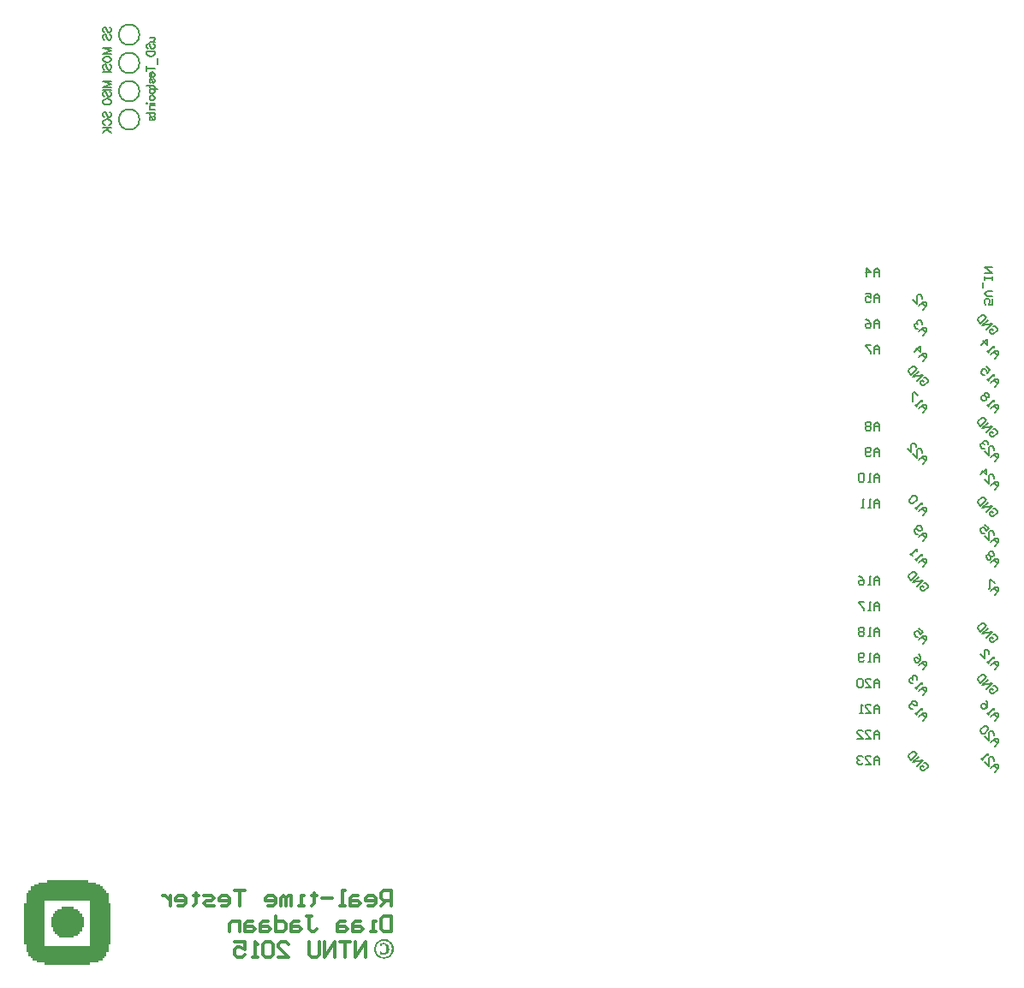
<source format=gbo>
G04 Layer_Color=32896*
%FSLAX23Y23*%
%MOIN*%
G70*
G01*
G75*
%ADD46C,0.012*%
%ADD64C,0.006*%
G36*
X370Y440D02*
X402D01*
Y432D01*
X418D01*
Y424D01*
X426D01*
Y416D01*
X434D01*
Y408D01*
X442D01*
Y400D01*
X450D01*
Y360D01*
X458D01*
Y200D01*
X450D01*
Y168D01*
X442D01*
Y152D01*
X434D01*
Y144D01*
X426D01*
Y136D01*
X410D01*
Y128D01*
X378D01*
Y120D01*
X202D01*
Y128D01*
X170D01*
Y136D01*
X154D01*
Y144D01*
X146D01*
Y152D01*
X138D01*
Y168D01*
X130D01*
Y200D01*
X122D01*
Y360D01*
X130D01*
Y400D01*
X138D01*
Y408D01*
X146D01*
Y424D01*
X162D01*
Y432D01*
X178D01*
Y440D01*
X210D01*
Y448D01*
X370D01*
Y440D01*
D02*
G37*
G36*
X1525Y219D02*
X1528Y219D01*
X1530Y218D01*
X1532Y218D01*
X1534Y217D01*
X1535Y217D01*
X1536Y217D01*
X1536Y217D01*
X1536Y216D01*
X1537Y216D01*
X1537D01*
X1539Y215D01*
X1542Y214D01*
X1544Y213D01*
X1545Y211D01*
X1547Y210D01*
X1548Y209D01*
X1549Y209D01*
X1549Y209D01*
X1549Y208D01*
X1551Y206D01*
X1553Y204D01*
X1554Y202D01*
X1555Y200D01*
X1556Y199D01*
X1557Y197D01*
X1557Y197D01*
X1557Y197D01*
X1557Y196D01*
Y196D01*
X1558Y194D01*
X1559Y191D01*
X1559Y188D01*
X1560Y186D01*
X1560Y184D01*
Y183D01*
X1560Y183D01*
Y182D01*
Y182D01*
Y181D01*
Y181D01*
X1560Y178D01*
X1560Y175D01*
X1559Y173D01*
X1559Y170D01*
X1558Y169D01*
X1558Y168D01*
X1558Y167D01*
X1557Y167D01*
X1557Y166D01*
X1557Y166D01*
Y166D01*
X1556Y163D01*
X1555Y161D01*
X1553Y159D01*
X1552Y157D01*
X1551Y156D01*
X1550Y155D01*
X1549Y154D01*
X1549Y154D01*
Y154D01*
X1547Y152D01*
X1545Y150D01*
X1543Y149D01*
X1541Y148D01*
X1539Y147D01*
X1538Y146D01*
X1538Y146D01*
X1537Y146D01*
X1537Y146D01*
X1537D01*
X1534Y145D01*
X1532Y144D01*
X1529Y144D01*
X1527Y144D01*
X1525Y143D01*
X1524D01*
X1523Y143D01*
X1522D01*
X1519Y143D01*
X1516Y144D01*
X1514Y144D01*
X1512Y145D01*
X1510Y145D01*
X1509Y145D01*
X1508Y146D01*
X1508Y146D01*
X1508Y146D01*
X1507Y146D01*
X1507D01*
X1505Y147D01*
X1502Y148D01*
X1500Y150D01*
X1498Y151D01*
X1497Y152D01*
X1496Y153D01*
X1495Y154D01*
X1495Y154D01*
X1493Y156D01*
X1491Y158D01*
X1490Y160D01*
X1489Y162D01*
X1488Y164D01*
X1487Y165D01*
X1487Y165D01*
X1487Y166D01*
X1487Y166D01*
Y166D01*
X1486Y169D01*
X1485Y171D01*
X1485Y174D01*
X1484Y176D01*
X1484Y178D01*
Y179D01*
X1484Y180D01*
Y180D01*
Y181D01*
Y181D01*
Y181D01*
X1484Y184D01*
X1485Y187D01*
X1485Y189D01*
X1486Y192D01*
X1486Y193D01*
X1486Y194D01*
X1486Y195D01*
X1487Y195D01*
X1487Y196D01*
X1487Y196D01*
Y196D01*
X1488Y199D01*
X1489Y201D01*
X1491Y203D01*
X1492Y205D01*
X1493Y206D01*
X1494Y207D01*
X1495Y208D01*
X1495Y208D01*
X1495D01*
X1497Y210D01*
X1499Y212D01*
X1501Y213D01*
X1503Y214D01*
X1505Y215D01*
X1506Y216D01*
X1506Y216D01*
X1507Y216D01*
X1507Y216D01*
X1507D01*
X1510Y217D01*
X1512Y218D01*
X1515Y218D01*
X1517Y219D01*
X1519Y219D01*
X1520D01*
X1521Y219D01*
X1522D01*
X1525Y219D01*
D02*
G37*
%LPC*%
G36*
X1524Y213D02*
X1522D01*
X1519Y213D01*
X1516Y212D01*
X1513Y211D01*
X1511Y211D01*
X1510Y210D01*
X1509Y210D01*
X1508Y210D01*
X1508Y209D01*
X1507Y209D01*
X1507Y209D01*
X1506Y209D01*
X1506D01*
X1504Y207D01*
X1502Y205D01*
X1500Y203D01*
X1498Y202D01*
X1497Y200D01*
X1496Y199D01*
X1496Y198D01*
X1496Y198D01*
X1495Y198D01*
Y197D01*
X1494Y195D01*
X1493Y192D01*
X1493Y189D01*
X1492Y187D01*
X1492Y184D01*
X1492Y183D01*
X1492Y183D01*
Y182D01*
Y182D01*
Y181D01*
Y181D01*
X1492Y178D01*
X1492Y175D01*
X1493Y172D01*
X1493Y169D01*
X1494Y168D01*
X1494Y167D01*
X1495Y167D01*
X1495Y166D01*
X1495Y165D01*
X1495Y165D01*
X1495Y165D01*
Y165D01*
X1497Y162D01*
X1499Y160D01*
X1501Y158D01*
X1502Y156D01*
X1504Y155D01*
X1505Y154D01*
X1506Y154D01*
X1506Y154D01*
X1506Y153D01*
X1506D01*
X1509Y152D01*
X1512Y151D01*
X1514Y150D01*
X1517Y150D01*
X1519Y150D01*
X1520Y150D01*
X1521D01*
X1521Y149D01*
X1522D01*
X1525Y150D01*
X1528Y150D01*
X1531Y151D01*
X1533Y151D01*
X1534Y152D01*
X1535Y152D01*
X1536Y152D01*
X1537Y153D01*
X1537Y153D01*
X1538Y153D01*
X1538Y153D01*
X1538D01*
X1540Y155D01*
X1543Y157D01*
X1544Y159D01*
X1546Y161D01*
X1547Y162D01*
X1548Y163D01*
X1548Y164D01*
X1549Y164D01*
X1549Y165D01*
Y165D01*
X1550Y167D01*
X1551Y170D01*
X1552Y173D01*
X1552Y176D01*
X1552Y177D01*
X1552Y178D01*
X1553Y179D01*
Y180D01*
X1553Y180D01*
Y181D01*
Y181D01*
Y181D01*
X1553Y184D01*
X1552Y187D01*
X1551Y190D01*
X1551Y193D01*
X1550Y194D01*
X1550Y195D01*
X1550Y195D01*
X1549Y196D01*
X1549Y197D01*
X1549Y197D01*
X1549Y197D01*
Y197D01*
X1547Y200D01*
X1545Y202D01*
X1544Y204D01*
X1542Y206D01*
X1540Y207D01*
X1539Y208D01*
X1539Y208D01*
X1538Y209D01*
X1538Y209D01*
X1538D01*
X1535Y210D01*
X1532Y211D01*
X1530Y212D01*
X1527Y212D01*
X1525Y213D01*
X1524Y213D01*
X1524Y213D01*
D02*
G37*
G36*
X378Y368D02*
X202D01*
Y360D01*
Y352D01*
Y344D01*
Y336D01*
Y328D01*
Y320D01*
Y312D01*
Y304D01*
Y296D01*
Y288D01*
Y280D01*
Y272D01*
Y264D01*
Y256D01*
Y248D01*
Y240D01*
Y232D01*
Y224D01*
Y216D01*
Y208D01*
Y200D01*
Y192D01*
X378D01*
Y200D01*
Y208D01*
Y216D01*
Y224D01*
Y232D01*
Y240D01*
Y248D01*
Y256D01*
Y264D01*
Y272D01*
Y280D01*
Y288D01*
Y296D01*
Y304D01*
Y312D01*
Y320D01*
Y328D01*
Y336D01*
Y344D01*
Y352D01*
Y360D01*
Y368D01*
D02*
G37*
%LPD*%
G36*
X314Y336D02*
X330D01*
Y328D01*
X338D01*
Y320D01*
X346D01*
Y304D01*
X354D01*
Y264D01*
X346D01*
Y248D01*
X338D01*
Y240D01*
X330D01*
Y232D01*
X314D01*
Y224D01*
X258D01*
Y232D01*
X250D01*
Y240D01*
X242D01*
Y248D01*
X234D01*
Y264D01*
X226D01*
Y304D01*
X234D01*
Y320D01*
X242D01*
Y328D01*
X250D01*
Y336D01*
X266D01*
Y344D01*
X314D01*
Y336D01*
D02*
G37*
G36*
X1523Y204D02*
X1525Y203D01*
X1527Y203D01*
X1529Y202D01*
X1530Y202D01*
X1531Y201D01*
X1532Y201D01*
X1532Y201D01*
X1532D01*
X1534Y200D01*
X1536Y198D01*
X1537Y197D01*
X1538Y196D01*
X1539Y195D01*
X1540Y194D01*
X1540Y193D01*
X1540Y193D01*
Y193D01*
X1541Y191D01*
X1542Y189D01*
X1542Y187D01*
X1542Y185D01*
X1543Y183D01*
X1543Y182D01*
Y181D01*
Y181D01*
Y181D01*
Y181D01*
X1543Y178D01*
X1542Y176D01*
X1542Y175D01*
X1542Y173D01*
X1542Y172D01*
X1541Y171D01*
X1541Y170D01*
X1541Y170D01*
X1541Y169D01*
X1540Y167D01*
X1539Y166D01*
X1538Y165D01*
X1538Y164D01*
X1537Y164D01*
X1537Y163D01*
X1537Y163D01*
X1536Y162D01*
X1535Y162D01*
X1534Y161D01*
X1532Y161D01*
X1532Y160D01*
X1531Y160D01*
X1530Y160D01*
X1530Y160D01*
X1527Y159D01*
X1526Y159D01*
X1525Y159D01*
X1523D01*
X1523Y159D01*
X1522D01*
X1519Y159D01*
X1517Y159D01*
X1516Y159D01*
X1515D01*
X1515Y159D01*
X1514Y159D01*
X1514D01*
X1511Y160D01*
X1510Y160D01*
X1509Y160D01*
X1508Y161D01*
X1507Y161D01*
X1507Y161D01*
X1506D01*
Y171D01*
X1512D01*
X1513Y170D01*
X1513Y169D01*
X1514Y168D01*
X1514Y167D01*
X1515Y166D01*
X1515Y166D01*
X1515Y165D01*
X1515Y165D01*
X1516Y165D01*
X1517Y164D01*
X1518Y164D01*
X1519Y164D01*
X1520Y163D01*
X1521Y163D01*
X1521D01*
X1523Y164D01*
X1524Y164D01*
X1526Y165D01*
X1527Y166D01*
X1528Y166D01*
X1528Y167D01*
X1528Y168D01*
X1529Y168D01*
X1530Y170D01*
X1530Y172D01*
X1531Y174D01*
X1531Y176D01*
X1531Y178D01*
Y178D01*
X1531Y179D01*
Y180D01*
Y180D01*
Y180D01*
Y180D01*
X1531Y183D01*
X1531Y186D01*
X1530Y189D01*
X1530Y190D01*
X1529Y192D01*
X1529Y193D01*
X1528Y194D01*
X1528Y194D01*
X1527Y196D01*
X1526Y197D01*
X1524Y198D01*
X1523Y198D01*
X1522Y199D01*
X1521Y199D01*
X1520Y199D01*
X1520D01*
X1519Y199D01*
X1518Y198D01*
X1517Y198D01*
X1516Y198D01*
X1516Y197D01*
X1515Y197D01*
X1515Y197D01*
X1515Y197D01*
X1514Y196D01*
X1514Y195D01*
X1513Y193D01*
X1513Y193D01*
X1512Y192D01*
X1512Y191D01*
Y191D01*
X1506D01*
Y201D01*
X1509Y202D01*
X1511Y203D01*
X1514Y203D01*
X1516Y203D01*
X1518Y204D01*
X1519D01*
X1519Y204D01*
X1521D01*
X1523Y204D01*
D02*
G37*
D46*
X1550Y350D02*
Y410D01*
X1520D01*
X1510Y400D01*
Y380D01*
X1520Y370D01*
X1550D01*
X1530D02*
X1510Y350D01*
X1460D02*
X1480D01*
X1490Y360D01*
Y380D01*
X1480Y390D01*
X1460D01*
X1450Y380D01*
Y370D01*
X1490D01*
X1420Y390D02*
X1400D01*
X1390Y380D01*
Y350D01*
X1420D01*
X1430Y360D01*
X1420Y370D01*
X1390D01*
X1370Y350D02*
X1350D01*
X1360D01*
Y410D01*
X1370D01*
X1320Y380D02*
X1280D01*
X1250Y400D02*
Y390D01*
X1260D01*
X1240D01*
X1250D01*
Y360D01*
X1240Y350D01*
X1210D02*
X1190D01*
X1200D01*
Y390D01*
X1210D01*
X1160Y350D02*
Y390D01*
X1150D01*
X1140Y380D01*
Y350D01*
Y380D01*
X1130Y390D01*
X1120Y380D01*
Y350D01*
X1070D02*
X1090D01*
X1100Y360D01*
Y380D01*
X1090Y390D01*
X1070D01*
X1060Y380D01*
Y370D01*
X1100D01*
X980Y410D02*
X940D01*
X960D01*
Y350D01*
X890D02*
X910D01*
X920Y360D01*
Y380D01*
X910Y390D01*
X890D01*
X880Y380D01*
Y370D01*
X920D01*
X860Y350D02*
X830D01*
X820Y360D01*
X830Y370D01*
X850D01*
X860Y380D01*
X850Y390D01*
X820D01*
X790Y400D02*
Y390D01*
X800D01*
X780D01*
X790D01*
Y360D01*
X780Y350D01*
X720D02*
X740D01*
X750Y360D01*
Y380D01*
X740Y390D01*
X720D01*
X710Y380D01*
Y370D01*
X750D01*
X690Y390D02*
Y350D01*
Y370D01*
X680Y380D01*
X670Y390D01*
X660D01*
X1550Y310D02*
Y250D01*
X1520D01*
X1510Y260D01*
Y300D01*
X1520Y310D01*
X1550D01*
X1490Y250D02*
X1470D01*
X1480D01*
Y290D01*
X1490D01*
X1430D02*
X1410D01*
X1400Y280D01*
Y250D01*
X1430D01*
X1440Y260D01*
X1430Y270D01*
X1400D01*
X1370Y290D02*
X1350D01*
X1340Y280D01*
Y250D01*
X1370D01*
X1380Y260D01*
X1370Y270D01*
X1340D01*
X1220Y310D02*
X1240D01*
X1230D01*
Y260D01*
X1240Y250D01*
X1250D01*
X1260Y260D01*
X1190Y290D02*
X1170D01*
X1160Y280D01*
Y250D01*
X1190D01*
X1200Y260D01*
X1190Y270D01*
X1160D01*
X1100Y310D02*
Y250D01*
X1130D01*
X1140Y260D01*
Y280D01*
X1130Y290D01*
X1100D01*
X1070D02*
X1050D01*
X1040Y280D01*
Y250D01*
X1070D01*
X1080Y260D01*
X1070Y270D01*
X1040D01*
X1010Y290D02*
X990D01*
X980Y280D01*
Y250D01*
X1010D01*
X1020Y260D01*
X1010Y270D01*
X980D01*
X960Y250D02*
Y290D01*
X930D01*
X920Y280D01*
Y250D01*
X1450Y150D02*
Y210D01*
X1410Y150D01*
Y210D01*
X1390D02*
X1350D01*
X1370D01*
Y150D01*
X1330D02*
Y210D01*
X1290Y150D01*
Y210D01*
X1270D02*
Y160D01*
X1260Y150D01*
X1240D01*
X1230Y160D01*
Y210D01*
X1110Y150D02*
X1150D01*
X1110Y190D01*
Y200D01*
X1120Y210D01*
X1140D01*
X1150Y200D01*
X1090D02*
X1080Y210D01*
X1060D01*
X1050Y200D01*
Y160D01*
X1060Y150D01*
X1080D01*
X1090Y160D01*
Y200D01*
X1030Y150D02*
X1010D01*
X1020D01*
Y210D01*
X1030Y200D01*
X940Y210D02*
X980D01*
Y180D01*
X960Y190D01*
X950D01*
X940Y180D01*
Y160D01*
X950Y150D01*
X970D01*
X980Y160D01*
D64*
X570Y3630D02*
G03*
X570Y3630I-40J0D01*
G01*
Y3520D02*
G03*
X570Y3520I-40J0D01*
G01*
Y3740D02*
G03*
X570Y3740I-40J0D01*
G01*
Y3410D02*
G03*
X570Y3410I-40J0D01*
G01*
X3450Y1900D02*
Y1921D01*
X3439Y1932D01*
X3429Y1921D01*
Y1900D01*
Y1916D01*
X3450D01*
X3418Y1900D02*
X3407D01*
X3413D01*
Y1932D01*
X3418Y1927D01*
X3391Y1900D02*
X3381D01*
X3386D01*
Y1932D01*
X3391Y1927D01*
X3450Y2000D02*
Y2021D01*
X3439Y2032D01*
X3429Y2021D01*
Y2000D01*
Y2016D01*
X3450D01*
X3418Y2000D02*
X3407D01*
X3413D01*
Y2032D01*
X3418Y2027D01*
X3391D02*
X3386Y2032D01*
X3375D01*
X3370Y2027D01*
Y2005D01*
X3375Y2000D01*
X3386D01*
X3391Y2005D01*
Y2027D01*
X3450Y2100D02*
Y2121D01*
X3439Y2132D01*
X3429Y2121D01*
Y2100D01*
Y2116D01*
X3450D01*
X3418Y2105D02*
X3413Y2100D01*
X3402D01*
X3397Y2105D01*
Y2127D01*
X3402Y2132D01*
X3413D01*
X3418Y2127D01*
Y2121D01*
X3413Y2116D01*
X3397D01*
X3450Y2200D02*
Y2221D01*
X3439Y2232D01*
X3429Y2221D01*
Y2200D01*
Y2216D01*
X3450D01*
X3418Y2227D02*
X3413Y2232D01*
X3402D01*
X3397Y2227D01*
Y2221D01*
X3402Y2216D01*
X3397Y2211D01*
Y2205D01*
X3402Y2200D01*
X3413D01*
X3418Y2205D01*
Y2211D01*
X3413Y2216D01*
X3418Y2221D01*
Y2227D01*
X3413Y2216D02*
X3402D01*
X3450Y2500D02*
Y2521D01*
X3439Y2532D01*
X3429Y2521D01*
Y2500D01*
Y2516D01*
X3450D01*
X3418Y2532D02*
X3397D01*
Y2527D01*
X3418Y2505D01*
Y2500D01*
X3450Y2600D02*
Y2621D01*
X3439Y2632D01*
X3429Y2621D01*
Y2600D01*
Y2616D01*
X3450D01*
X3397Y2632D02*
X3407Y2627D01*
X3418Y2616D01*
Y2605D01*
X3413Y2600D01*
X3402D01*
X3397Y2605D01*
Y2611D01*
X3402Y2616D01*
X3418D01*
X3450Y2700D02*
Y2721D01*
X3439Y2732D01*
X3429Y2721D01*
Y2700D01*
Y2716D01*
X3450D01*
X3397Y2732D02*
X3418D01*
Y2716D01*
X3407Y2721D01*
X3402D01*
X3397Y2716D01*
Y2705D01*
X3402Y2700D01*
X3413D01*
X3418Y2705D01*
X3450Y2800D02*
Y2821D01*
X3439Y2832D01*
X3429Y2821D01*
Y2800D01*
Y2816D01*
X3450D01*
X3402Y2800D02*
Y2832D01*
X3418Y2816D01*
X3397D01*
X3450Y900D02*
Y921D01*
X3439Y932D01*
X3429Y921D01*
Y900D01*
Y916D01*
X3450D01*
X3397Y900D02*
X3418D01*
X3397Y921D01*
Y927D01*
X3402Y932D01*
X3413D01*
X3418Y927D01*
X3386D02*
X3381Y932D01*
X3370D01*
X3365Y927D01*
Y921D01*
X3370Y916D01*
X3375D01*
X3370D01*
X3365Y911D01*
Y905D01*
X3370Y900D01*
X3381D01*
X3386Y905D01*
X3450Y1000D02*
Y1021D01*
X3439Y1032D01*
X3429Y1021D01*
Y1000D01*
Y1016D01*
X3450D01*
X3397Y1000D02*
X3418D01*
X3397Y1021D01*
Y1027D01*
X3402Y1032D01*
X3413D01*
X3418Y1027D01*
X3365Y1000D02*
X3386D01*
X3365Y1021D01*
Y1027D01*
X3370Y1032D01*
X3381D01*
X3386Y1027D01*
X3450Y1100D02*
Y1121D01*
X3439Y1132D01*
X3429Y1121D01*
Y1100D01*
Y1116D01*
X3450D01*
X3397Y1100D02*
X3418D01*
X3397Y1121D01*
Y1127D01*
X3402Y1132D01*
X3413D01*
X3418Y1127D01*
X3386Y1100D02*
X3375D01*
X3381D01*
Y1132D01*
X3386Y1127D01*
X3450Y1200D02*
Y1221D01*
X3439Y1232D01*
X3429Y1221D01*
Y1200D01*
Y1216D01*
X3450D01*
X3397Y1200D02*
X3418D01*
X3397Y1221D01*
Y1227D01*
X3402Y1232D01*
X3413D01*
X3418Y1227D01*
X3386D02*
X3381Y1232D01*
X3370D01*
X3365Y1227D01*
Y1205D01*
X3370Y1200D01*
X3381D01*
X3386Y1205D01*
Y1227D01*
X3450Y1300D02*
Y1321D01*
X3439Y1332D01*
X3429Y1321D01*
Y1300D01*
Y1316D01*
X3450D01*
X3418Y1300D02*
X3407D01*
X3413D01*
Y1332D01*
X3418Y1327D01*
X3391Y1305D02*
X3386Y1300D01*
X3375D01*
X3370Y1305D01*
Y1327D01*
X3375Y1332D01*
X3386D01*
X3391Y1327D01*
Y1321D01*
X3386Y1316D01*
X3370D01*
X3450Y1400D02*
Y1421D01*
X3439Y1432D01*
X3429Y1421D01*
Y1400D01*
Y1416D01*
X3450D01*
X3418Y1400D02*
X3407D01*
X3413D01*
Y1432D01*
X3418Y1427D01*
X3391D02*
X3386Y1432D01*
X3375D01*
X3370Y1427D01*
Y1421D01*
X3375Y1416D01*
X3370Y1411D01*
Y1405D01*
X3375Y1400D01*
X3386D01*
X3391Y1405D01*
Y1411D01*
X3386Y1416D01*
X3391Y1421D01*
Y1427D01*
X3386Y1416D02*
X3375D01*
X3450Y1500D02*
Y1521D01*
X3439Y1532D01*
X3429Y1521D01*
Y1500D01*
Y1516D01*
X3450D01*
X3418Y1500D02*
X3407D01*
X3413D01*
Y1532D01*
X3418Y1527D01*
X3391Y1532D02*
X3370D01*
Y1527D01*
X3391Y1505D01*
Y1500D01*
X3450Y1600D02*
Y1621D01*
X3439Y1632D01*
X3429Y1621D01*
Y1600D01*
Y1616D01*
X3450D01*
X3418Y1600D02*
X3407D01*
X3413D01*
Y1632D01*
X3418Y1627D01*
X3370Y1632D02*
X3381Y1627D01*
X3391Y1616D01*
Y1605D01*
X3386Y1600D01*
X3375D01*
X3370Y1605D01*
Y1611D01*
X3375Y1616D01*
X3391D01*
X3892Y2711D02*
Y2690D01*
X3876D01*
X3881Y2701D01*
Y2706D01*
X3876Y2711D01*
X3865D01*
X3860Y2706D01*
Y2695D01*
X3865Y2690D01*
X3892Y2722D02*
X3871D01*
X3860Y2733D01*
X3871Y2743D01*
X3892D01*
X3855Y2754D02*
Y2775D01*
X3892Y2786D02*
Y2797D01*
Y2791D01*
X3860D01*
Y2786D01*
Y2797D01*
Y2813D02*
X3892D01*
X3860Y2834D01*
X3892D01*
X3624Y1604D02*
X3631Y1604D01*
X3639Y1596D01*
Y1589D01*
X3624Y1574D01*
X3616D01*
X3609Y1581D01*
Y1589D01*
X3616Y1596D01*
X3624Y1589D01*
X3597Y1593D02*
X3620Y1615D01*
X3582Y1608D01*
X3605Y1630D01*
X3597Y1638D02*
X3575Y1615D01*
X3563Y1627D01*
Y1634D01*
X3579Y1649D01*
X3586D01*
X3597Y1638D01*
X3624Y904D02*
X3631Y904D01*
X3639Y896D01*
Y889D01*
X3624Y874D01*
X3616D01*
X3609Y881D01*
Y889D01*
X3616Y896D01*
X3624Y889D01*
X3597Y893D02*
X3620Y915D01*
X3582Y908D01*
X3605Y930D01*
X3597Y938D02*
X3575Y915D01*
X3563Y927D01*
Y934D01*
X3579Y949D01*
X3586D01*
X3597Y938D01*
X3894Y1204D02*
X3901Y1204D01*
X3909Y1196D01*
Y1189D01*
X3894Y1174D01*
X3886D01*
X3879Y1181D01*
Y1189D01*
X3886Y1196D01*
X3894Y1189D01*
X3867Y1193D02*
X3890Y1215D01*
X3852Y1208D01*
X3875Y1230D01*
X3867Y1238D02*
X3845Y1215D01*
X3833Y1227D01*
Y1234D01*
X3849Y1249D01*
X3856D01*
X3867Y1238D01*
X3894Y1404D02*
X3901Y1404D01*
X3909Y1396D01*
Y1389D01*
X3894Y1374D01*
X3886D01*
X3879Y1381D01*
Y1389D01*
X3886Y1396D01*
X3894Y1389D01*
X3867Y1393D02*
X3890Y1415D01*
X3852Y1408D01*
X3875Y1430D01*
X3867Y1438D02*
X3845Y1415D01*
X3833Y1427D01*
Y1434D01*
X3849Y1449D01*
X3856D01*
X3867Y1438D01*
X3894Y1894D02*
X3901Y1894D01*
X3909Y1886D01*
Y1879D01*
X3894Y1864D01*
X3886D01*
X3879Y1871D01*
Y1879D01*
X3886Y1886D01*
X3894Y1879D01*
X3867Y1883D02*
X3890Y1905D01*
X3852Y1898D01*
X3875Y1920D01*
X3867Y1928D02*
X3845Y1905D01*
X3833Y1917D01*
Y1924D01*
X3849Y1939D01*
X3856D01*
X3867Y1928D01*
X3894Y2204D02*
X3901Y2204D01*
X3909Y2196D01*
Y2189D01*
X3894Y2174D01*
X3886D01*
X3879Y2181D01*
Y2189D01*
X3886Y2196D01*
X3894Y2189D01*
X3867Y2193D02*
X3890Y2215D01*
X3852Y2208D01*
X3875Y2230D01*
X3867Y2238D02*
X3845Y2215D01*
X3833Y2227D01*
Y2234D01*
X3849Y2249D01*
X3856D01*
X3867Y2238D01*
X3624Y2404D02*
X3631Y2404D01*
X3639Y2396D01*
Y2389D01*
X3624Y2374D01*
X3616D01*
X3609Y2381D01*
Y2389D01*
X3616Y2396D01*
X3624Y2389D01*
X3597Y2393D02*
X3620Y2415D01*
X3582Y2408D01*
X3605Y2430D01*
X3597Y2438D02*
X3575Y2415D01*
X3563Y2427D01*
Y2434D01*
X3579Y2449D01*
X3586D01*
X3597Y2438D01*
X3620Y1770D02*
X3635Y1785D01*
X3635Y1800D01*
X3620Y1800D01*
X3605Y1785D01*
X3616Y1796D01*
X3631Y1781D01*
X3601Y1796D02*
X3594D01*
X3586Y1804D01*
Y1811D01*
X3601Y1827D01*
X3609Y1827D01*
X3616Y1819D01*
X3616Y1811D01*
X3612Y1808D01*
X3605D01*
X3594Y1819D01*
X3620Y1670D02*
X3635Y1685D01*
X3635Y1700D01*
X3620Y1700D01*
X3605Y1685D01*
X3616Y1696D01*
X3631Y1681D01*
X3597Y1693D02*
X3590Y1700D01*
X3594Y1696D01*
X3616Y1719D01*
X3616Y1711D01*
X3579D02*
X3571Y1719D01*
X3575Y1715D01*
X3597Y1738D01*
Y1730D01*
X3620Y1370D02*
X3635Y1385D01*
X3635Y1400D01*
X3620Y1400D01*
X3605Y1385D01*
X3616Y1396D01*
X3631Y1381D01*
X3605Y1430D02*
X3620Y1415D01*
X3609Y1404D01*
X3605Y1415D01*
X3601Y1419D01*
X3594D01*
X3586Y1411D01*
Y1404D01*
X3594Y1396D01*
X3601D01*
X3620Y1270D02*
X3635Y1285D01*
X3635Y1300D01*
X3620Y1300D01*
X3605Y1285D01*
X3616Y1296D01*
X3631Y1281D01*
X3605Y1330D02*
X3609Y1319D01*
Y1304D01*
X3601Y1296D01*
X3594D01*
X3586Y1304D01*
Y1311D01*
X3590Y1315D01*
X3597D01*
X3609Y1304D01*
X3620Y1170D02*
X3635Y1185D01*
X3635Y1200D01*
X3620Y1200D01*
X3605Y1185D01*
X3616Y1196D01*
X3631Y1181D01*
X3597Y1193D02*
X3590Y1200D01*
X3594Y1196D01*
X3616Y1219D01*
X3616Y1211D01*
X3597Y1230D02*
Y1238D01*
X3590Y1245D01*
X3582Y1245D01*
X3579Y1242D01*
Y1234D01*
X3582Y1230D01*
X3579Y1234D01*
X3571D01*
X3567Y1230D01*
Y1223D01*
X3575Y1215D01*
X3582D01*
X3620Y1070D02*
X3635Y1085D01*
X3635Y1100D01*
X3620Y1100D01*
X3605Y1085D01*
X3616Y1096D01*
X3631Y1081D01*
X3597Y1093D02*
X3590Y1100D01*
X3594Y1096D01*
X3616Y1119D01*
X3616Y1111D01*
X3582Y1115D02*
X3575D01*
X3567Y1123D01*
Y1130D01*
X3582Y1145D01*
X3590Y1145D01*
X3597Y1138D01*
Y1130D01*
X3594Y1127D01*
X3586D01*
X3575Y1138D01*
X3900Y870D02*
X3915Y885D01*
X3915Y900D01*
X3900Y900D01*
X3885Y885D01*
X3896Y896D01*
X3911Y881D01*
X3862Y908D02*
X3877Y893D01*
Y923D01*
X3881Y927D01*
X3889Y927D01*
X3896Y919D01*
X3896Y911D01*
X3855Y915D02*
X3847Y923D01*
X3851Y919D01*
X3874Y942D01*
X3874Y934D01*
X3900Y970D02*
X3915Y985D01*
X3915Y1000D01*
X3900Y1000D01*
X3885Y985D01*
X3896Y996D01*
X3911Y981D01*
X3862Y1008D02*
X3877Y993D01*
Y1023D01*
X3881Y1027D01*
X3889Y1027D01*
X3896Y1019D01*
X3896Y1011D01*
X3874Y1034D02*
X3874Y1042D01*
X3866Y1049D01*
X3859D01*
X3843Y1034D01*
Y1027D01*
X3851Y1019D01*
X3859D01*
X3874Y1034D01*
X3900Y1070D02*
X3915Y1085D01*
X3915Y1100D01*
X3900Y1100D01*
X3885Y1085D01*
X3896Y1096D01*
X3911Y1081D01*
X3877Y1093D02*
X3870Y1100D01*
X3874Y1096D01*
X3896Y1119D01*
X3896Y1111D01*
X3866Y1149D02*
X3870Y1138D01*
Y1123D01*
X3862Y1115D01*
X3855D01*
X3847Y1123D01*
Y1130D01*
X3851Y1134D01*
X3859D01*
X3870Y1123D01*
X3900Y1270D02*
X3915Y1285D01*
X3915Y1300D01*
X3900Y1300D01*
X3885Y1285D01*
X3896Y1296D01*
X3911Y1281D01*
X3877Y1293D02*
X3870Y1300D01*
X3874Y1296D01*
X3896Y1319D01*
X3896Y1311D01*
X3843Y1327D02*
X3859Y1311D01*
Y1342D01*
X3862Y1345D01*
X3870Y1345D01*
X3877Y1338D01*
Y1330D01*
X3900Y1560D02*
X3915Y1575D01*
X3915Y1590D01*
X3900Y1590D01*
X3885Y1575D01*
X3896Y1586D01*
X3911Y1571D01*
X3900Y1605D02*
X3885Y1620D01*
X3881Y1617D01*
Y1586D01*
X3877Y1583D01*
X3900Y1670D02*
X3915Y1685D01*
X3915Y1700D01*
X3900Y1700D01*
X3885Y1685D01*
X3896Y1696D01*
X3911Y1681D01*
X3896Y1711D02*
X3896Y1719D01*
X3889Y1727D01*
X3881Y1727D01*
X3877Y1723D01*
Y1715D01*
X3870D01*
X3866Y1711D01*
Y1704D01*
X3874Y1696D01*
X3881D01*
X3885Y1700D01*
Y1708D01*
X3892D01*
X3896Y1711D01*
X3885Y1708D02*
X3877Y1715D01*
X3900Y1750D02*
X3915Y1765D01*
X3915Y1780D01*
X3900Y1780D01*
X3885Y1765D01*
X3896Y1776D01*
X3911Y1761D01*
X3862Y1788D02*
X3877Y1773D01*
Y1803D01*
X3881Y1807D01*
X3889Y1807D01*
X3896Y1799D01*
X3896Y1791D01*
X3862Y1833D02*
X3877Y1818D01*
X3866Y1807D01*
X3862Y1818D01*
X3859Y1822D01*
X3851D01*
X3843Y1814D01*
Y1807D01*
X3851Y1799D01*
X3859D01*
X3900Y1970D02*
X3915Y1985D01*
X3915Y2000D01*
X3900Y2000D01*
X3885Y1985D01*
X3896Y1996D01*
X3911Y1981D01*
X3862Y2008D02*
X3877Y1993D01*
Y2023D01*
X3881Y2027D01*
X3889Y2027D01*
X3896Y2019D01*
X3896Y2011D01*
X3843Y2027D02*
X3866Y2049D01*
Y2027D01*
X3851Y2042D01*
X3900Y2080D02*
X3915Y2095D01*
X3915Y2110D01*
X3900Y2110D01*
X3885Y2095D01*
X3896Y2106D01*
X3911Y2091D01*
X3862Y2118D02*
X3877Y2103D01*
Y2133D01*
X3881Y2137D01*
X3889Y2137D01*
X3896Y2129D01*
X3896Y2121D01*
X3874Y2144D02*
X3874Y2152D01*
X3866Y2159D01*
X3859D01*
X3855Y2155D01*
Y2148D01*
X3859Y2144D01*
X3855Y2148D01*
X3847D01*
X3843Y2144D01*
Y2137D01*
X3851Y2129D01*
X3859D01*
X3620Y1870D02*
X3635Y1885D01*
X3635Y1900D01*
X3620Y1900D01*
X3605Y1885D01*
X3616Y1896D01*
X3631Y1881D01*
X3597Y1893D02*
X3590Y1900D01*
X3594Y1896D01*
X3616Y1919D01*
X3616Y1911D01*
X3597Y1930D02*
Y1938D01*
X3590Y1945D01*
X3582Y1945D01*
X3567Y1930D01*
Y1923D01*
X3575Y1915D01*
X3582D01*
X3597Y1930D01*
X3620Y2070D02*
X3635Y2085D01*
X3635Y2100D01*
X3620Y2100D01*
X3605Y2085D01*
X3616Y2096D01*
X3631Y2081D01*
X3582Y2108D02*
X3597Y2093D01*
Y2123D01*
X3601Y2127D01*
X3609Y2127D01*
X3616Y2119D01*
X3616Y2111D01*
X3560Y2130D02*
X3575Y2115D01*
Y2145D01*
X3579Y2149D01*
X3586D01*
X3594Y2142D01*
X3594Y2134D01*
X3620Y2670D02*
X3635Y2685D01*
X3635Y2700D01*
X3620Y2700D01*
X3605Y2685D01*
X3616Y2696D01*
X3631Y2681D01*
X3582Y2708D02*
X3597Y2693D01*
Y2723D01*
X3601Y2727D01*
X3609Y2727D01*
X3616Y2719D01*
X3616Y2711D01*
X3620Y2570D02*
X3635Y2585D01*
X3635Y2600D01*
X3620Y2600D01*
X3605Y2585D01*
X3616Y2596D01*
X3631Y2581D01*
X3616Y2611D02*
X3616Y2619D01*
X3609Y2627D01*
X3601Y2627D01*
X3597Y2623D01*
Y2615D01*
X3601Y2611D01*
X3597Y2615D01*
X3590D01*
X3586Y2611D01*
Y2604D01*
X3594Y2596D01*
X3601D01*
X3620Y2470D02*
X3635Y2485D01*
X3635Y2500D01*
X3620Y2500D01*
X3605Y2485D01*
X3616Y2496D01*
X3631Y2481D01*
X3586Y2504D02*
X3609Y2527D01*
X3609Y2504D01*
X3594Y2519D01*
X3620Y2270D02*
X3635Y2285D01*
X3635Y2300D01*
X3620Y2300D01*
X3605Y2285D01*
X3616Y2296D01*
X3631Y2281D01*
X3597Y2293D02*
X3590Y2300D01*
X3594Y2296D01*
X3616Y2319D01*
X3616Y2311D01*
X3601Y2334D02*
X3586Y2349D01*
X3582Y2345D01*
Y2315D01*
X3579Y2311D01*
X3900Y2270D02*
X3915Y2285D01*
X3915Y2300D01*
X3900Y2300D01*
X3885Y2285D01*
X3896Y2296D01*
X3911Y2281D01*
X3877Y2293D02*
X3870Y2300D01*
X3874Y2296D01*
X3896Y2319D01*
X3896Y2311D01*
X3877Y2330D02*
Y2338D01*
X3870Y2345D01*
X3862Y2345D01*
X3859Y2342D01*
Y2334D01*
X3851D01*
X3847Y2330D01*
Y2323D01*
X3855Y2315D01*
X3862D01*
X3866Y2319D01*
Y2327D01*
X3874D01*
X3877Y2330D01*
X3866Y2327D02*
X3859Y2334D01*
X3900Y2370D02*
X3915Y2385D01*
X3915Y2400D01*
X3900Y2400D01*
X3885Y2385D01*
X3896Y2396D01*
X3911Y2381D01*
X3877Y2393D02*
X3870Y2400D01*
X3874Y2396D01*
X3896Y2419D01*
X3896Y2411D01*
X3866Y2449D02*
X3881Y2434D01*
X3870Y2423D01*
X3866Y2434D01*
X3862Y2438D01*
X3855D01*
X3847Y2430D01*
Y2423D01*
X3855Y2415D01*
X3862D01*
X3900Y2480D02*
X3915Y2495D01*
X3915Y2510D01*
X3900Y2510D01*
X3885Y2495D01*
X3896Y2506D01*
X3911Y2491D01*
X3877Y2503D02*
X3870Y2510D01*
X3874Y2506D01*
X3896Y2529D01*
X3896Y2521D01*
X3847Y2533D02*
X3870Y2555D01*
X3870Y2533D01*
X3855Y2548D01*
X3894Y2604D02*
X3901Y2604D01*
X3909Y2596D01*
Y2589D01*
X3894Y2574D01*
X3886D01*
X3879Y2581D01*
Y2589D01*
X3886Y2596D01*
X3894Y2589D01*
X3867Y2593D02*
X3890Y2615D01*
X3852Y2608D01*
X3875Y2630D01*
X3867Y2638D02*
X3845Y2615D01*
X3833Y2627D01*
Y2634D01*
X3849Y2649D01*
X3856D01*
X3867Y2638D01*
X609Y3730D02*
X624D01*
X628Y3728D01*
X630Y3725D01*
Y3721D01*
X628Y3718D01*
X624Y3713D01*
X609D02*
X630D01*
X603Y3684D02*
X600Y3687D01*
X598Y3691D01*
Y3697D01*
X600Y3702D01*
X603Y3705D01*
X606D01*
X609Y3703D01*
X610Y3702D01*
X612Y3699D01*
X615Y3690D01*
X616Y3687D01*
X618Y3685D01*
X621Y3684D01*
X625D01*
X628Y3687D01*
X630Y3691D01*
Y3697D01*
X628Y3702D01*
X625Y3705D01*
X598Y3676D02*
X630D01*
X598D02*
Y3666D01*
X600Y3661D01*
X603Y3658D01*
X606Y3657D01*
X610Y3655D01*
X618D01*
X622Y3657D01*
X625Y3658D01*
X628Y3661D01*
X630Y3666D01*
Y3676D01*
X641Y3648D02*
Y3624D01*
X598Y3609D02*
X630D01*
X598Y3619D02*
Y3598D01*
X618Y3594D02*
Y3576D01*
X615D01*
X612Y3577D01*
X610Y3579D01*
X609Y3582D01*
Y3587D01*
X610Y3590D01*
X613Y3593D01*
X618Y3594D01*
X621D01*
X625Y3593D01*
X628Y3590D01*
X630Y3587D01*
Y3582D01*
X628Y3579D01*
X625Y3576D01*
X613Y3552D02*
X610Y3554D01*
X609Y3558D01*
Y3563D01*
X610Y3568D01*
X613Y3569D01*
X616Y3568D01*
X618Y3565D01*
X619Y3557D01*
X621Y3554D01*
X624Y3552D01*
X625D01*
X628Y3554D01*
X630Y3558D01*
Y3563D01*
X628Y3568D01*
X625Y3569D01*
X598Y3541D02*
X624D01*
X628Y3540D01*
X630Y3537D01*
Y3533D01*
X609Y3546D02*
Y3535D01*
Y3529D02*
X641D01*
X613D02*
X610Y3526D01*
X609Y3523D01*
Y3518D01*
X610Y3515D01*
X613Y3512D01*
X618Y3511D01*
X621D01*
X625Y3512D01*
X628Y3515D01*
X630Y3518D01*
Y3523D01*
X628Y3526D01*
X625Y3529D01*
X609Y3496D02*
X610Y3499D01*
X613Y3502D01*
X618Y3504D01*
X621D01*
X625Y3502D01*
X628Y3499D01*
X630Y3496D01*
Y3492D01*
X628Y3489D01*
X625Y3485D01*
X621Y3484D01*
X618D01*
X613Y3485D01*
X610Y3489D01*
X609Y3492D01*
Y3496D01*
X598Y3474D02*
X600Y3472D01*
X598Y3471D01*
X596Y3472D01*
X598Y3474D01*
X609Y3472D02*
X630D01*
X609Y3465D02*
X630D01*
X615D02*
X610Y3461D01*
X609Y3458D01*
Y3453D01*
X610Y3450D01*
X615Y3448D01*
X630D01*
X598Y3436D02*
X624D01*
X628Y3434D01*
X630Y3431D01*
Y3428D01*
X609Y3440D02*
Y3429D01*
X613Y3407D02*
X610Y3408D01*
X609Y3413D01*
Y3417D01*
X610Y3422D01*
X613Y3423D01*
X616Y3422D01*
X618Y3419D01*
X619Y3411D01*
X621Y3408D01*
X624Y3407D01*
X625D01*
X628Y3408D01*
X630Y3413D01*
Y3417D01*
X628Y3422D01*
X625Y3423D01*
X433Y3419D02*
X430Y3422D01*
X428Y3426D01*
Y3432D01*
X430Y3437D01*
X433Y3440D01*
X436D01*
X439Y3438D01*
X440Y3437D01*
X442Y3434D01*
X445Y3425D01*
X446Y3422D01*
X448Y3420D01*
X451Y3419D01*
X455D01*
X458Y3422D01*
X460Y3426D01*
Y3432D01*
X458Y3437D01*
X455Y3440D01*
X436Y3389D02*
X433Y3390D01*
X430Y3393D01*
X428Y3396D01*
Y3402D01*
X430Y3405D01*
X433Y3408D01*
X436Y3410D01*
X440Y3412D01*
X448D01*
X452Y3410D01*
X455Y3408D01*
X458Y3405D01*
X460Y3402D01*
Y3396D01*
X458Y3393D01*
X455Y3390D01*
X452Y3389D01*
X428Y3380D02*
X460D01*
X428Y3358D02*
X449Y3380D01*
X442Y3372D02*
X460Y3358D01*
X428Y3560D02*
X460D01*
X428D02*
X460Y3548D01*
X428Y3536D02*
X460Y3548D01*
X428Y3536D02*
X460D01*
X428Y3526D02*
X460D01*
X433Y3498D02*
X430Y3501D01*
X428Y3506D01*
Y3512D01*
X430Y3517D01*
X433Y3520D01*
X436D01*
X439Y3518D01*
X440Y3517D01*
X442Y3514D01*
X445Y3505D01*
X446Y3501D01*
X448Y3500D01*
X451Y3498D01*
X455D01*
X458Y3501D01*
X460Y3506D01*
Y3512D01*
X458Y3517D01*
X455Y3520D01*
X428Y3482D02*
X430Y3485D01*
X433Y3488D01*
X436Y3490D01*
X440Y3491D01*
X448D01*
X452Y3490D01*
X455Y3488D01*
X458Y3485D01*
X460Y3482D01*
Y3476D01*
X458Y3473D01*
X455Y3470D01*
X452Y3468D01*
X448Y3467D01*
X440D01*
X436Y3468D01*
X433Y3470D01*
X430Y3473D01*
X428Y3476D01*
Y3482D01*
Y3690D02*
X460D01*
X428D02*
X460Y3678D01*
X428Y3666D02*
X460Y3678D01*
X428Y3666D02*
X460D01*
X428Y3647D02*
X430Y3650D01*
X433Y3653D01*
X436Y3655D01*
X440Y3656D01*
X448D01*
X452Y3655D01*
X455Y3653D01*
X458Y3650D01*
X460Y3647D01*
Y3641D01*
X458Y3638D01*
X455Y3635D01*
X452Y3634D01*
X448Y3632D01*
X440D01*
X436Y3634D01*
X433Y3635D01*
X430Y3638D01*
X428Y3641D01*
Y3647D01*
X433Y3603D02*
X430Y3606D01*
X428Y3611D01*
Y3617D01*
X430Y3622D01*
X433Y3625D01*
X436D01*
X439Y3623D01*
X440Y3622D01*
X442Y3619D01*
X445Y3609D01*
X446Y3606D01*
X448Y3605D01*
X451Y3603D01*
X455D01*
X458Y3606D01*
X460Y3611D01*
Y3617D01*
X458Y3622D01*
X455Y3625D01*
X428Y3596D02*
X460D01*
X433Y3749D02*
X430Y3752D01*
X428Y3756D01*
Y3762D01*
X430Y3767D01*
X433Y3770D01*
X436D01*
X439Y3768D01*
X440Y3767D01*
X442Y3764D01*
X445Y3755D01*
X446Y3752D01*
X448Y3750D01*
X451Y3749D01*
X455D01*
X458Y3752D01*
X460Y3756D01*
Y3762D01*
X458Y3767D01*
X455Y3770D01*
X433Y3720D02*
X430Y3723D01*
X428Y3728D01*
Y3734D01*
X430Y3738D01*
X433Y3742D01*
X436D01*
X439Y3740D01*
X440Y3738D01*
X442Y3735D01*
X445Y3726D01*
X446Y3723D01*
X448Y3722D01*
X451Y3720D01*
X455D01*
X458Y3723D01*
X460Y3728D01*
Y3734D01*
X458Y3738D01*
X455Y3742D01*
M02*

</source>
